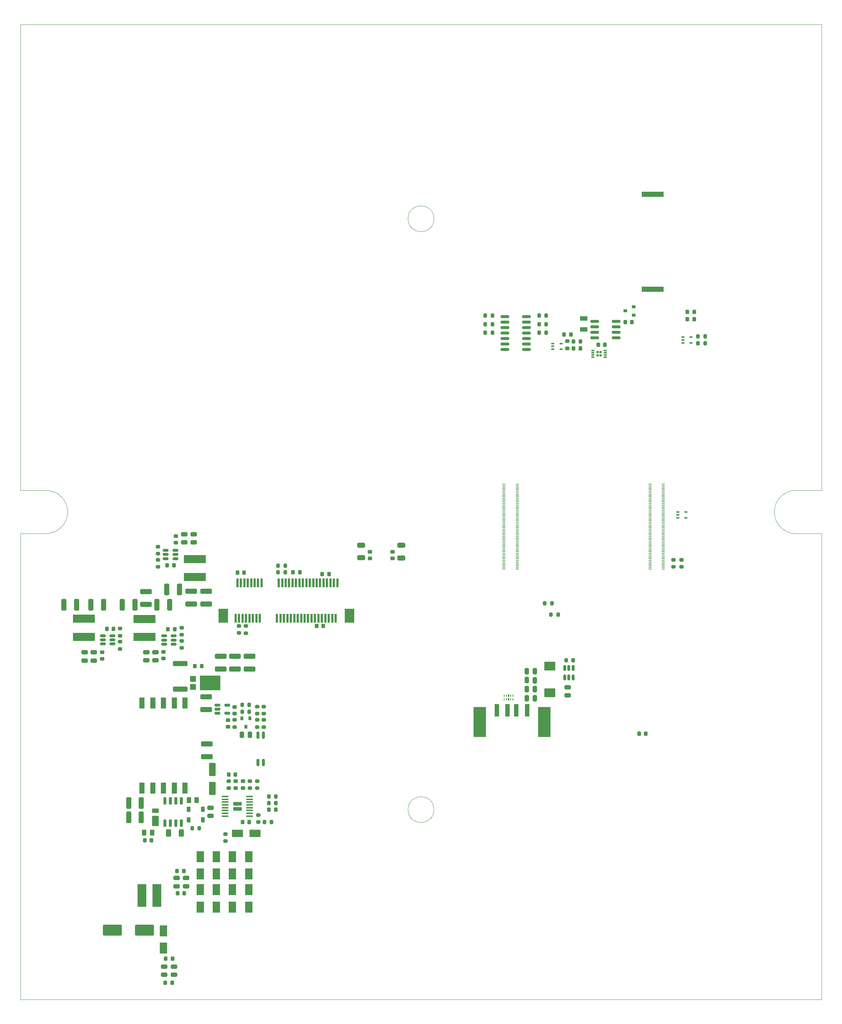
<source format=gbr>
G04 #@! TF.GenerationSoftware,KiCad,Pcbnew,5.99.0-unknown-c5c348538e~120~ubuntu20.04.1*
G04 #@! TF.CreationDate,2021-03-22T19:30:33-05:00*
G04 #@! TF.ProjectId,AP3000,41503330-3030-42e6-9b69-6361645f7063,rev?*
G04 #@! TF.SameCoordinates,Original*
G04 #@! TF.FileFunction,Paste,Top*
G04 #@! TF.FilePolarity,Positive*
%FSLAX46Y46*%
G04 Gerber Fmt 4.6, Leading zero omitted, Abs format (unit mm)*
G04 Created by KiCad (PCBNEW 5.99.0-unknown-c5c348538e~120~ubuntu20.04.1) date 2021-03-22 19:30:33*
%MOMM*%
%LPD*%
G01*
G04 APERTURE LIST*
G04 Aperture macros list*
%AMRoundRect*
0 Rectangle with rounded corners*
0 $1 Rounding radius*
0 $2 $3 $4 $5 $6 $7 $8 $9 X,Y pos of 4 corners*
0 Add a 4 corners polygon primitive as box body*
4,1,4,$2,$3,$4,$5,$6,$7,$8,$9,$2,$3,0*
0 Add four circle primitives for the rounded corners*
1,1,$1+$1,$2,$3*
1,1,$1+$1,$4,$5*
1,1,$1+$1,$6,$7*
1,1,$1+$1,$8,$9*
0 Add four rect primitives between the rounded corners*
20,1,$1+$1,$2,$3,$4,$5,0*
20,1,$1+$1,$4,$5,$6,$7,0*
20,1,$1+$1,$6,$7,$8,$9,0*
20,1,$1+$1,$8,$9,$2,$3,0*%
G04 Aperture macros list end*
G04 #@! TA.AperFunction,Profile*
%ADD10C,0.100000*%
G04 #@! TD*
G04 #@! TA.AperFunction,Profile*
%ADD11C,0.001000*%
G04 #@! TD*
%ADD12R,1.100000X3.000000*%
%ADD13R,3.000000X7.000000*%
%ADD14R,0.600000X2.000000*%
%ADD15R,2.300000X3.200000*%
%ADD16RoundRect,0.200000X-0.200000X-0.275000X0.200000X-0.275000X0.200000X0.275000X-0.200000X0.275000X0*%
%ADD17RoundRect,0.200000X-0.275000X0.200000X-0.275000X-0.200000X0.275000X-0.200000X0.275000X0.200000X0*%
%ADD18RoundRect,0.225000X0.250000X-0.225000X0.250000X0.225000X-0.250000X0.225000X-0.250000X-0.225000X0*%
%ADD19RoundRect,0.200000X0.200000X0.275000X-0.200000X0.275000X-0.200000X-0.275000X0.200000X-0.275000X0*%
%ADD20RoundRect,0.250000X-1.025000X0.787500X-1.025000X-0.787500X1.025000X-0.787500X1.025000X0.787500X0*%
%ADD21R,1.800000X2.500000*%
%ADD22RoundRect,0.250000X-0.475000X0.250000X-0.475000X-0.250000X0.475000X-0.250000X0.475000X0.250000X0*%
%ADD23RoundRect,0.200000X0.275000X-0.200000X0.275000X0.200000X-0.275000X0.200000X-0.275000X-0.200000X0*%
%ADD24RoundRect,0.250000X1.100000X-0.325000X1.100000X0.325000X-1.100000X0.325000X-1.100000X-0.325000X0*%
%ADD25RoundRect,0.150000X0.825000X0.150000X-0.825000X0.150000X-0.825000X-0.150000X0.825000X-0.150000X0*%
%ADD26RoundRect,0.150000X-0.150000X0.662500X-0.150000X-0.662500X0.150000X-0.662500X0.150000X0.662500X0*%
%ADD27R,0.900000X0.800000*%
%ADD28RoundRect,0.250000X-0.250000X-0.475000X0.250000X-0.475000X0.250000X0.475000X-0.250000X0.475000X0*%
%ADD29R,0.900000X1.200000*%
%ADD30R,5.100000X1.900000*%
%ADD31RoundRect,0.225000X-0.225000X-0.250000X0.225000X-0.250000X0.225000X0.250000X-0.225000X0.250000X0*%
%ADD32RoundRect,0.225000X0.225000X0.250000X-0.225000X0.250000X-0.225000X-0.250000X0.225000X-0.250000X0*%
%ADD33RoundRect,0.250000X-0.262500X-0.450000X0.262500X-0.450000X0.262500X0.450000X-0.262500X0.450000X0*%
%ADD34RoundRect,0.250000X-0.325000X-1.100000X0.325000X-1.100000X0.325000X1.100000X-0.325000X1.100000X0*%
%ADD35R,0.800000X0.900000*%
%ADD36RoundRect,0.150000X0.512500X0.150000X-0.512500X0.150000X-0.512500X-0.150000X0.512500X-0.150000X0*%
%ADD37RoundRect,0.150000X0.150000X-0.725000X0.150000X0.725000X-0.150000X0.725000X-0.150000X-0.725000X0*%
%ADD38RoundRect,0.218750X0.218750X0.256250X-0.218750X0.256250X-0.218750X-0.256250X0.218750X-0.256250X0*%
%ADD39R,2.500000X1.800000*%
%ADD40R,1.800000X1.000000*%
%ADD41RoundRect,0.250000X-1.100000X0.325000X-1.100000X-0.325000X1.100000X-0.325000X1.100000X0.325000X0*%
%ADD42RoundRect,0.150000X-0.512500X-0.150000X0.512500X-0.150000X0.512500X0.150000X-0.512500X0.150000X0*%
%ADD43R,1.500000X2.400000*%
%ADD44R,1.500000X1.050000*%
%ADD45RoundRect,0.250000X1.950000X1.000000X-1.950000X1.000000X-1.950000X-1.000000X1.950000X-1.000000X0*%
%ADD46RoundRect,0.250000X0.475000X-0.250000X0.475000X0.250000X-0.475000X0.250000X-0.475000X-0.250000X0*%
%ADD47R,0.500000X0.600000*%
%ADD48R,0.750000X0.300000*%
%ADD49RoundRect,0.250000X-1.425000X0.362500X-1.425000X-0.362500X1.425000X-0.362500X1.425000X0.362500X0*%
%ADD50RoundRect,0.250000X0.650000X-0.325000X0.650000X0.325000X-0.650000X0.325000X-0.650000X-0.325000X0*%
%ADD51R,2.000000X5.300000*%
%ADD52RoundRect,0.150000X0.150000X-0.512500X0.150000X0.512500X-0.150000X0.512500X-0.150000X-0.512500X0*%
%ADD53RoundRect,0.250000X0.325000X1.100000X-0.325000X1.100000X-0.325000X-1.100000X0.325000X-1.100000X0*%
%ADD54R,0.700000X0.200000*%
%ADD55RoundRect,0.225000X-0.250000X0.225000X-0.250000X-0.225000X0.250000X-0.225000X0.250000X0.225000X0*%
%ADD56RoundRect,0.250000X0.250000X0.475000X-0.250000X0.475000X-0.250000X-0.475000X0.250000X-0.475000X0*%
%ADD57RoundRect,0.250000X0.550000X-1.250000X0.550000X1.250000X-0.550000X1.250000X-0.550000X-1.250000X0*%
%ADD58RoundRect,0.050000X0.050000X-0.232500X0.050000X0.232500X-0.050000X0.232500X-0.050000X-0.232500X0*%
%ADD59RoundRect,0.033400X0.066600X-0.249100X0.066600X0.249100X-0.066600X0.249100X-0.066600X-0.249100X0*%
%ADD60RoundRect,0.050050X0.124950X-0.232450X0.124950X0.232450X-0.124950X0.232450X-0.124950X-0.232450X0*%
%ADD61R,4.860000X3.360000*%
%ADD62R,1.400000X1.390000*%
%ADD63R,0.650000X0.400000*%
%ADD64R,1.300000X2.500000*%
%ADD65R,5.080000X1.270000*%
%ADD66RoundRect,0.250000X0.312500X0.625000X-0.312500X0.625000X-0.312500X-0.625000X0.312500X-0.625000X0*%
%ADD67RoundRect,0.150000X-0.825000X-0.150000X0.825000X-0.150000X0.825000X0.150000X-0.825000X0.150000X0*%
%ADD68RoundRect,0.232500X0.757500X0.232500X-0.757500X0.232500X-0.757500X-0.232500X0.757500X-0.232500X0*%
%ADD69RoundRect,0.100000X0.687500X0.100000X-0.687500X0.100000X-0.687500X-0.100000X0.687500X-0.100000X0*%
G04 APERTURE END LIST*
D10*
X186000000Y0D02*
X186000000Y-108000000D01*
X6000000Y-118000000D02*
X0Y-118000000D01*
X180000000Y-108000000D02*
X186000000Y-108000000D01*
X186000000Y-118000000D02*
X186000000Y-226000000D01*
X0Y-226000000D02*
X0Y-118000000D01*
D11*
X96000000Y-45000000D02*
G75*
G03*
X96000000Y-45000000I-3000000J0D01*
G01*
X96000000Y-181992000D02*
G75*
G03*
X96000000Y-181992000I-3000000J0D01*
G01*
D10*
X6000000Y-108000000D02*
X0Y-108000000D01*
X0Y0D02*
X186000000Y0D01*
X180000000Y-118000000D02*
X186000000Y-118000000D01*
X0Y-108000000D02*
X0Y0D01*
X0Y-226000000D02*
X186000000Y-226000000D01*
X6000000Y-108000000D02*
G75*
G02*
X6000000Y-118000000I0J-5000000D01*
G01*
X180000000Y-118000000D02*
G75*
G02*
X180000000Y-108000000I0J5000000D01*
G01*
D12*
X117599799Y-159003800D03*
X115099799Y-159003800D03*
X113099799Y-159003800D03*
X110599799Y-159003800D03*
D13*
X121599799Y-161703800D03*
X106599799Y-161703800D03*
D14*
X49989996Y-137609995D03*
X50389996Y-129409995D03*
X50789996Y-137609995D03*
X51189996Y-129409995D03*
X51589996Y-137609995D03*
X51989996Y-129409995D03*
X52389996Y-137609995D03*
X52789996Y-129409995D03*
X53189996Y-137609995D03*
X53589996Y-129409995D03*
X53989996Y-137609995D03*
X54389996Y-129409995D03*
X54789996Y-137609995D03*
X55189996Y-129409995D03*
X55589996Y-137609995D03*
X55989996Y-129409995D03*
X59589996Y-137609995D03*
X59989996Y-129409995D03*
X60389996Y-137609995D03*
X60789996Y-129409995D03*
X61189996Y-137609995D03*
X61589996Y-129409995D03*
X61989996Y-137609995D03*
X62389996Y-129409995D03*
X62789996Y-137609995D03*
X63189996Y-129409995D03*
X63589996Y-137609995D03*
X63989996Y-129409995D03*
X64389996Y-137609995D03*
X64789996Y-129409995D03*
X65189996Y-137609995D03*
X65589996Y-129409995D03*
X65989996Y-137609995D03*
X66389996Y-129409995D03*
X66789996Y-137609995D03*
X67189996Y-129409995D03*
X67589996Y-137609995D03*
X67989996Y-129409995D03*
X68389996Y-137609995D03*
X68789996Y-129409995D03*
X69189996Y-137609995D03*
X69589996Y-129409995D03*
X69989996Y-137609995D03*
X70389996Y-129409995D03*
X70789996Y-137609995D03*
X71189996Y-129409995D03*
X71589996Y-137609995D03*
X71989996Y-129409995D03*
X72389996Y-137609995D03*
X72789996Y-129409995D03*
X73189996Y-137609995D03*
X73589996Y-129409995D03*
D15*
X47139996Y-137009995D03*
X76439996Y-137009995D03*
D16*
X57680000Y-180468000D03*
X59330000Y-180468000D03*
D17*
X23148200Y-140010800D03*
X23148200Y-141660800D03*
D18*
X49996000Y-176988000D03*
X49996000Y-175438000D03*
D19*
X130043600Y-73490800D03*
X128393600Y-73490800D03*
D20*
X122870000Y-148717500D03*
X122870000Y-154942500D03*
D17*
X23148200Y-143058800D03*
X23148200Y-144708800D03*
D16*
X56664000Y-184913000D03*
X58314000Y-184913000D03*
D21*
X33221001Y-210122999D03*
X33221001Y-214122999D03*
D22*
X29266000Y-145482000D03*
X29266000Y-147382000D03*
D23*
X49764600Y-162843200D03*
X49764600Y-161193200D03*
D24*
X53221800Y-149431000D03*
X53221800Y-146481000D03*
D25*
X117445000Y-75295000D03*
X117445000Y-74025000D03*
X117445000Y-72755000D03*
X117445000Y-71485000D03*
X117445000Y-70215000D03*
X117445000Y-68945000D03*
X117445000Y-67675000D03*
X112495000Y-67675000D03*
X112495000Y-68945000D03*
X112495000Y-70215000D03*
X112495000Y-71485000D03*
X112495000Y-72755000D03*
X112495000Y-74025000D03*
X112495000Y-75295000D03*
D22*
X17070000Y-145529799D03*
X17070000Y-147429799D03*
D19*
X53155000Y-157725600D03*
X51505000Y-157725600D03*
D26*
X56405301Y-164693600D03*
X55135301Y-164693600D03*
X55135301Y-171068600D03*
X56405301Y-171068600D03*
D27*
X142376500Y-67332100D03*
X142376500Y-65432100D03*
X140376500Y-66382100D03*
D17*
X48345000Y-175388000D03*
X48345000Y-177038000D03*
D16*
X51505000Y-159275000D03*
X53155000Y-159275000D03*
D21*
X41738802Y-196942057D03*
X41738802Y-192942057D03*
D28*
X117540000Y-154091112D03*
X119440000Y-154091112D03*
D29*
X42350600Y-181951400D03*
X39050600Y-181951400D03*
D30*
X40470999Y-123902203D03*
X40470999Y-128102203D03*
D31*
X34285800Y-140139000D03*
X35835800Y-140139000D03*
D29*
X42349600Y-184355400D03*
X39049600Y-184355400D03*
D21*
X53008802Y-196942057D03*
X53008802Y-192942057D03*
D32*
X53145600Y-184913000D03*
X51595600Y-184913000D03*
D33*
X39137300Y-179782200D03*
X40962300Y-179782200D03*
D34*
X31706200Y-134494000D03*
X34656200Y-134494000D03*
D22*
X127069799Y-153643799D03*
X127069799Y-155543799D03*
D35*
X53305400Y-160815000D03*
X51405400Y-160815000D03*
X52355400Y-162815000D03*
D21*
X49258802Y-196942057D03*
X49258802Y-192942057D03*
D19*
X41524600Y-186310000D03*
X39874600Y-186310000D03*
D17*
X52390000Y-139420000D03*
X52390000Y-141070000D03*
D30*
X28787000Y-141978800D03*
X28787000Y-137778800D03*
D19*
X158948800Y-72289400D03*
X157298800Y-72289400D03*
D22*
X33388000Y-218380000D03*
X33388000Y-220280000D03*
D36*
X35995099Y-123804600D03*
X35995099Y-122854600D03*
X35995099Y-121904600D03*
X33720099Y-121904600D03*
X33720099Y-122854600D03*
X33720099Y-123804600D03*
D32*
X35645599Y-125394600D03*
X34095599Y-125394600D03*
D18*
X36127599Y-120096600D03*
X36127599Y-118546600D03*
D31*
X63305000Y-127001000D03*
X64855000Y-127001000D03*
D37*
X33536800Y-185125800D03*
X34806800Y-185125800D03*
X36076800Y-185125800D03*
X37346800Y-185125800D03*
X37346800Y-179975800D03*
X36076800Y-179975800D03*
X34806800Y-179975800D03*
X33536800Y-179975800D03*
D34*
X16415400Y-134494000D03*
X19365400Y-134494000D03*
D38*
X38083500Y-201423000D03*
X36508500Y-201423000D03*
D23*
X126932600Y-75065600D03*
X126932600Y-73415600D03*
D39*
X54441000Y-187503800D03*
X50441000Y-187503800D03*
D28*
X117540000Y-149953334D03*
X119440000Y-149953334D03*
D23*
X53331001Y-177038000D03*
X53331001Y-175388000D03*
D40*
X130777201Y-70654199D03*
X130777201Y-68154199D03*
D19*
X61494000Y-127010000D03*
X59844000Y-127010000D03*
D31*
X28901000Y-189099999D03*
X30451000Y-189099999D03*
D21*
X53008802Y-204581257D03*
X53008802Y-200581257D03*
D31*
X40534200Y-148718000D03*
X42084200Y-148718000D03*
D16*
X59849000Y-125477000D03*
X61499000Y-125477000D03*
D41*
X43112599Y-131411800D03*
X43112599Y-134361800D03*
D23*
X31936599Y-122663600D03*
X31936599Y-121013600D03*
D16*
X57689000Y-178923000D03*
X59339000Y-178923000D03*
D42*
X33364500Y-141729000D03*
X33364500Y-142679000D03*
X33364500Y-143629000D03*
X35639500Y-143629000D03*
X35639500Y-142679000D03*
X35639500Y-141729000D03*
D19*
X109565000Y-67460000D03*
X107915000Y-67460000D03*
D43*
X31327000Y-184602000D03*
D44*
X31327000Y-182227000D03*
D30*
X14740800Y-141953400D03*
X14740800Y-137753400D03*
D19*
X124811200Y-136780000D03*
X123161200Y-136780000D03*
D28*
X117540000Y-156168334D03*
X119440000Y-156160000D03*
D42*
X45756900Y-157791600D03*
X45756900Y-158741600D03*
X45756900Y-159691600D03*
X48031900Y-159691600D03*
X48031900Y-157791600D03*
D45*
X28804000Y-209932000D03*
X21404000Y-209932000D03*
D31*
X128434800Y-75032600D03*
X129984800Y-75032600D03*
D19*
X59330000Y-181992000D03*
X57680000Y-181992000D03*
D23*
X153424800Y-125717800D03*
X153424800Y-124067800D03*
D19*
X109565000Y-69460000D03*
X107915000Y-69460000D03*
D46*
X38439000Y-199746600D03*
X38439000Y-197846600D03*
D38*
X37956500Y-196216000D03*
X36381500Y-196216000D03*
D31*
X48345000Y-173864000D03*
X49895000Y-173864000D03*
D24*
X43334998Y-169725600D03*
X43334998Y-166775600D03*
D47*
X133985000Y-76697000D03*
X134635000Y-76697000D03*
X133985000Y-75947000D03*
X134635000Y-75947000D03*
D48*
X132860000Y-75572000D03*
X132860000Y-76072000D03*
X132860000Y-76572000D03*
X132860000Y-77072000D03*
X135760000Y-77072000D03*
X135760000Y-76572000D03*
X135760000Y-76072000D03*
X135760000Y-75572000D03*
D16*
X121738800Y-134189200D03*
X123388800Y-134189200D03*
D49*
X37118200Y-148168500D03*
X37118200Y-154093500D03*
D16*
X120415000Y-71460000D03*
X122065000Y-71460000D03*
D50*
X88400800Y-123650000D03*
X88400800Y-120700000D03*
D23*
X31936599Y-125711600D03*
X31936599Y-124061600D03*
D46*
X36280000Y-199746600D03*
X36280000Y-197846600D03*
D31*
X140394000Y-68936600D03*
X141944000Y-68936600D03*
D23*
X56519800Y-159754400D03*
X56519800Y-158104400D03*
D18*
X49764600Y-159732200D03*
X49764600Y-158182200D03*
D22*
X35645000Y-218380000D03*
X35645000Y-220280000D03*
D41*
X43112600Y-155879000D03*
X43112600Y-158829000D03*
D17*
X50758000Y-139415000D03*
X50758000Y-141065000D03*
D21*
X45468803Y-204581257D03*
X45468803Y-200581257D03*
D17*
X37423000Y-139822000D03*
X37423000Y-141472000D03*
D51*
X31708000Y-201931000D03*
X28208000Y-201931000D03*
D52*
X126374799Y-151391300D03*
X127324799Y-151391300D03*
X128274799Y-151391300D03*
X128274799Y-149116300D03*
X127324799Y-149116300D03*
X126374799Y-149116300D03*
D16*
X120415000Y-69460000D03*
X122065000Y-69460000D03*
D33*
X28740000Y-187326000D03*
X30565000Y-187326000D03*
D18*
X86394200Y-123762800D03*
X86394200Y-122212800D03*
D53*
X13091600Y-134494000D03*
X10141600Y-134494000D03*
D31*
X68779000Y-139447000D03*
X70329000Y-139447000D03*
D54*
X149239990Y-126185002D03*
X146159990Y-126185002D03*
X149239990Y-125785002D03*
X146159990Y-125785002D03*
X149239990Y-125385002D03*
X146159990Y-125385002D03*
X149239990Y-124985002D03*
X146159990Y-124985002D03*
X149239990Y-124585002D03*
X146159990Y-124585002D03*
X149239990Y-124185002D03*
X146159990Y-124185002D03*
X149239990Y-123785002D03*
X146159990Y-123785002D03*
X149239990Y-123385002D03*
X146159990Y-123385002D03*
X149239990Y-122985002D03*
X146159990Y-122985002D03*
X149239990Y-122585002D03*
X146159990Y-122585002D03*
X149239990Y-122185002D03*
X146159990Y-122185002D03*
X149239990Y-121785002D03*
X146159990Y-121785002D03*
X149239990Y-121385002D03*
X146159990Y-121385002D03*
X149239990Y-120985002D03*
X146159990Y-120985002D03*
X149239990Y-120585002D03*
X146159990Y-120585002D03*
X149239990Y-120185002D03*
X146159990Y-120185002D03*
X149239990Y-119785002D03*
X146159990Y-119785002D03*
X149239990Y-119385002D03*
X146159990Y-119385002D03*
X149239990Y-118985002D03*
X146159990Y-118985002D03*
X149239990Y-118585002D03*
X146159990Y-118585002D03*
X149239990Y-118185002D03*
X146159990Y-118185002D03*
X149239990Y-117785002D03*
X146159990Y-117785002D03*
X149239990Y-117385002D03*
X146159990Y-117385002D03*
X149239990Y-116985002D03*
X146159990Y-116985002D03*
X149239990Y-116585002D03*
X146159990Y-116585002D03*
X149239990Y-116185002D03*
X146159990Y-116185002D03*
X149239990Y-115785002D03*
X146159990Y-115785002D03*
X149239990Y-115385002D03*
X146159990Y-115385002D03*
X149239990Y-114985002D03*
X146159990Y-114985002D03*
X149239990Y-114585002D03*
X146159990Y-114585002D03*
X149239990Y-114185002D03*
X146159990Y-114185002D03*
X149239990Y-113785002D03*
X146159990Y-113785002D03*
X149239990Y-113385002D03*
X146159990Y-113385002D03*
X149239990Y-112985002D03*
X146159990Y-112985002D03*
X149239990Y-112585002D03*
X146159990Y-112585002D03*
X149239990Y-112185002D03*
X146159990Y-112185002D03*
X149239990Y-111785002D03*
X146159990Y-111785002D03*
X149239990Y-111385002D03*
X146159990Y-111385002D03*
X149239990Y-110985002D03*
X146159990Y-110985002D03*
X149239990Y-110585002D03*
X146159990Y-110585002D03*
X149239990Y-110185002D03*
X146159990Y-110185002D03*
X149239990Y-109785002D03*
X146159990Y-109785002D03*
X149239990Y-109385002D03*
X146159990Y-109385002D03*
X149239990Y-108985002D03*
X146159990Y-108985002D03*
X149239990Y-108585002D03*
X146159990Y-108585002D03*
X149239990Y-108185002D03*
X146159990Y-108185002D03*
X149239990Y-107785002D03*
X146159990Y-107785002D03*
X149239990Y-107385002D03*
X146159990Y-107385002D03*
X149239990Y-106985002D03*
X146159990Y-106985002D03*
X149239990Y-106585002D03*
X146159990Y-106585002D03*
X115319990Y-126185002D03*
X112239990Y-126185002D03*
X115319990Y-125785002D03*
X112239990Y-125785002D03*
X115319990Y-125385002D03*
X112239990Y-125385002D03*
X115319990Y-124985002D03*
X112239990Y-124985002D03*
X115319990Y-124585002D03*
X112239990Y-124585002D03*
X115319990Y-124185002D03*
X112239990Y-124185002D03*
X115319990Y-123785002D03*
X112239990Y-123785002D03*
X115319990Y-123385002D03*
X112239990Y-123385002D03*
X115319990Y-122985002D03*
X112239990Y-122985002D03*
X115319990Y-122585002D03*
X112239990Y-122585002D03*
X115319990Y-122185002D03*
X112239990Y-122185002D03*
X115319990Y-121785002D03*
X112239990Y-121785002D03*
X115319990Y-121385002D03*
X112239990Y-121385002D03*
X115319990Y-120985002D03*
X112239990Y-120985002D03*
X115319990Y-120585002D03*
X112239990Y-120585002D03*
X115319990Y-120185002D03*
X112239990Y-120185002D03*
X115319990Y-119785002D03*
X112239990Y-119785002D03*
X115319990Y-119385002D03*
X112239990Y-119385002D03*
X115319990Y-118985002D03*
X112239990Y-118985002D03*
X115319990Y-118585002D03*
X112239990Y-118585002D03*
X115319990Y-118185002D03*
X112239990Y-118185002D03*
X115319990Y-117785002D03*
X112239990Y-117785002D03*
X115319990Y-117385002D03*
X112239990Y-117385002D03*
X115319990Y-116985002D03*
X112239990Y-116985002D03*
X115319990Y-116585002D03*
X112239990Y-116585002D03*
X115319990Y-116185002D03*
X112239990Y-116185002D03*
X115319990Y-115785002D03*
X112239990Y-115785002D03*
X115319990Y-115385002D03*
X112239990Y-115385002D03*
X115319990Y-114985002D03*
X112239990Y-114985002D03*
X115319990Y-114585002D03*
X112239990Y-114585002D03*
X115319990Y-114185002D03*
X112239990Y-114185002D03*
X115319990Y-113785002D03*
X112239990Y-113785002D03*
X115319990Y-113385002D03*
X112239990Y-113385002D03*
X115319990Y-112985002D03*
X112239990Y-112985002D03*
X115319990Y-112585002D03*
X112239990Y-112585002D03*
X115319990Y-112185002D03*
X112239990Y-112185002D03*
X115319990Y-111785002D03*
X112239990Y-111785002D03*
X115319990Y-111385002D03*
X112239990Y-111385002D03*
X115319990Y-110985002D03*
X112239990Y-110985002D03*
X115319990Y-110585002D03*
X112239990Y-110585002D03*
X115319990Y-110185002D03*
X112239990Y-110185002D03*
X115319990Y-109785002D03*
X112239990Y-109785002D03*
X115319990Y-109385002D03*
X112239990Y-109385002D03*
X115319990Y-108985002D03*
X112239990Y-108985002D03*
X115319990Y-108585002D03*
X112239990Y-108585002D03*
X115319990Y-108185002D03*
X112239990Y-108185002D03*
X115319990Y-107785002D03*
X112239990Y-107785002D03*
X115319990Y-107385002D03*
X112239990Y-107385002D03*
X115319990Y-106985002D03*
X112239990Y-106985002D03*
X115319990Y-106585002D03*
X112239990Y-106585002D03*
D32*
X135673800Y-74218000D03*
X134123800Y-74218000D03*
D31*
X126224400Y-71886600D03*
X127774400Y-71886600D03*
D22*
X14944000Y-145532800D03*
X14944000Y-147432800D03*
D28*
X117540000Y-151988891D03*
X119440000Y-152022224D03*
D55*
X33232000Y-145437000D03*
X33232000Y-146987000D03*
D50*
X79129800Y-123624600D03*
X79129800Y-120674600D03*
D53*
X28103000Y-183770000D03*
X25153000Y-183770000D03*
D17*
X47583000Y-187644000D03*
X47583000Y-189294000D03*
D42*
X19140500Y-141661800D03*
X19140500Y-142611800D03*
X19140500Y-143561800D03*
X21415500Y-143561800D03*
X21415500Y-142611800D03*
X21415500Y-141661800D03*
D53*
X36943999Y-130955203D03*
X33993999Y-130955203D03*
D46*
X38032599Y-120051600D03*
X38032599Y-118151600D03*
D18*
X81136400Y-123737400D03*
X81136400Y-122187400D03*
D32*
X51930001Y-127034001D03*
X50380001Y-127034001D03*
D55*
X19008000Y-145506800D03*
X19008000Y-147056800D03*
D56*
X53315399Y-164608700D03*
X51415399Y-164608700D03*
D23*
X56534200Y-162863400D03*
X56534200Y-161213400D03*
D31*
X20077800Y-140073800D03*
X21627800Y-140073800D03*
D23*
X54982901Y-162863400D03*
X54982901Y-161213400D03*
D24*
X49843600Y-149429200D03*
X49843600Y-146479200D03*
D18*
X51647000Y-176988000D03*
X51647000Y-175438000D03*
D53*
X26629800Y-134494000D03*
X23679800Y-134494000D03*
D57*
X44540000Y-177111600D03*
X44540000Y-172711600D03*
D58*
X112310010Y-156397503D03*
D59*
X112810010Y-156397503D03*
D60*
X113310010Y-156397503D03*
D58*
X113810010Y-156397503D03*
D59*
X114310010Y-156397503D03*
X114310010Y-155562503D03*
D58*
X113810010Y-155562503D03*
D60*
X113310010Y-155562503D03*
D58*
X112810010Y-155562503D03*
X112310010Y-155562503D03*
D16*
X126666400Y-147397200D03*
X128316400Y-147397200D03*
D61*
X44080200Y-152655000D03*
D62*
X40098200Y-153575000D03*
X40098200Y-151735000D03*
D22*
X31327000Y-145482000D03*
X31327000Y-147382000D03*
D53*
X28103000Y-180468000D03*
X25153000Y-180468000D03*
D38*
X35264000Y-222124000D03*
X33689000Y-222124000D03*
D23*
X55203000Y-184913000D03*
X55203000Y-183263000D03*
D21*
X45468803Y-196942057D03*
X45468803Y-192942057D03*
D17*
X37423000Y-142870000D03*
X37423000Y-144520000D03*
D63*
X152590000Y-113030000D03*
X152590000Y-113680000D03*
X152590000Y-114330000D03*
X154490000Y-114330000D03*
X154490000Y-113030000D03*
D64*
X28232000Y-177047400D03*
X30732000Y-177047400D03*
X33232000Y-177047400D03*
X35732000Y-177047400D03*
X38232000Y-177047400D03*
X38232000Y-157247400D03*
X35732000Y-157247400D03*
X33232000Y-157247400D03*
X30732000Y-157247400D03*
X28232000Y-157247400D03*
D65*
X146790000Y-61345000D03*
X146790000Y-39375000D03*
D66*
X37346800Y-187453000D03*
X34421800Y-187453000D03*
D32*
X71624400Y-127432800D03*
X70074400Y-127432800D03*
D21*
X41738802Y-204581257D03*
X41738802Y-200581257D03*
D16*
X120415000Y-67460000D03*
X122065000Y-67460000D03*
D24*
X46516200Y-149431000D03*
X46516200Y-146481000D03*
D31*
X143632800Y-164415200D03*
X145182800Y-164415200D03*
D67*
X133322200Y-68784200D03*
X133322200Y-70054200D03*
X133322200Y-71324200D03*
X133322200Y-72594200D03*
X138272200Y-72594200D03*
X138272200Y-71324200D03*
X138272200Y-70054200D03*
X138272200Y-68784200D03*
D22*
X44128600Y-181550000D03*
X44128600Y-183450000D03*
D63*
X153765000Y-72460000D03*
X153765000Y-73110000D03*
X153765000Y-73760000D03*
X155665000Y-73760000D03*
X155665000Y-72460000D03*
D38*
X35315000Y-216536000D03*
X33740000Y-216536000D03*
D24*
X29168000Y-134445000D03*
X29168000Y-131495000D03*
D41*
X39683599Y-131411800D03*
X39683599Y-134361800D03*
D68*
X50376988Y-180649991D03*
X50376988Y-181809991D03*
D69*
X53239488Y-183504991D03*
X53239488Y-182854991D03*
X53239488Y-182204991D03*
X53239488Y-181554991D03*
X53239488Y-180904991D03*
X53239488Y-180254991D03*
X53239488Y-179604991D03*
X53239488Y-178954991D03*
X47514488Y-178954991D03*
X47514488Y-179604991D03*
X47514488Y-180254991D03*
X47514488Y-180904991D03*
X47514488Y-181554991D03*
X47514488Y-182204991D03*
X47514488Y-182854991D03*
X47514488Y-183504991D03*
D19*
X158940000Y-73860000D03*
X157290000Y-73860000D03*
D18*
X48215200Y-162793200D03*
X48215200Y-161243200D03*
D63*
X123600000Y-73952400D03*
X123600000Y-74602400D03*
X123600000Y-75252400D03*
X125500000Y-75252400D03*
X125500000Y-73952400D03*
D38*
X156410000Y-68330000D03*
X154835000Y-68330000D03*
D23*
X151596000Y-125717800D03*
X151596000Y-124067800D03*
X54974400Y-177025800D03*
X54974400Y-175375800D03*
D21*
X49258802Y-204581257D03*
X49258802Y-200581257D03*
D46*
X40216999Y-120051600D03*
X40216999Y-118151600D03*
D38*
X156397500Y-66570000D03*
X154822500Y-66570000D03*
D23*
X54946200Y-159756600D03*
X54946200Y-158106600D03*
D19*
X109565000Y-71460000D03*
X107915000Y-71460000D03*
M02*

</source>
